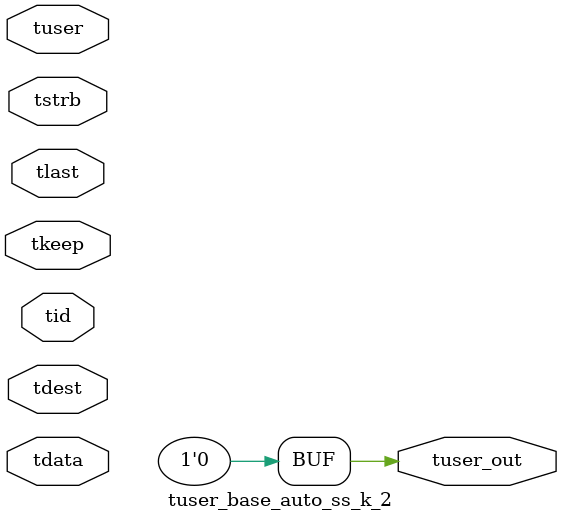
<source format=v>


`timescale 1ps/1ps

module tuser_base_auto_ss_k_2 #
(
parameter C_S_AXIS_TUSER_WIDTH = 1,
parameter C_S_AXIS_TDATA_WIDTH = 32,
parameter C_S_AXIS_TID_WIDTH   = 0,
parameter C_S_AXIS_TDEST_WIDTH = 0,
parameter C_M_AXIS_TUSER_WIDTH = 1
)
(
input  [(C_S_AXIS_TUSER_WIDTH == 0 ? 1 : C_S_AXIS_TUSER_WIDTH)-1:0     ] tuser,
input  [(C_S_AXIS_TDATA_WIDTH == 0 ? 1 : C_S_AXIS_TDATA_WIDTH)-1:0     ] tdata,
input  [(C_S_AXIS_TID_WIDTH   == 0 ? 1 : C_S_AXIS_TID_WIDTH)-1:0       ] tid,
input  [(C_S_AXIS_TDEST_WIDTH == 0 ? 1 : C_S_AXIS_TDEST_WIDTH)-1:0     ] tdest,
input  [(C_S_AXIS_TDATA_WIDTH/8)-1:0 ] tkeep,
input  [(C_S_AXIS_TDATA_WIDTH/8)-1:0 ] tstrb,
input                                                                    tlast,
output [C_M_AXIS_TUSER_WIDTH-1:0] tuser_out
);

assign tuser_out = {1'b0};

endmodule


</source>
